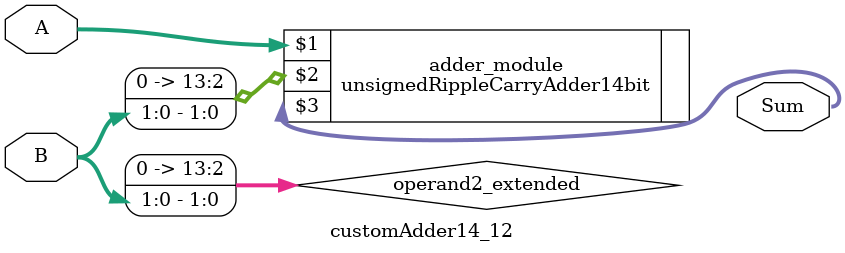
<source format=v>

module customAdder14_12(
                    input [13 : 0] A,
                    input [1 : 0] B,
                    
                    output [14 : 0] Sum
            );

    wire [13 : 0] operand2_extended;
    
    assign operand2_extended =  {12'b0, B};
    
    unsignedRippleCarryAdder14bit adder_module(
        A,
        operand2_extended,
        Sum
    );
    
endmodule
        
</source>
